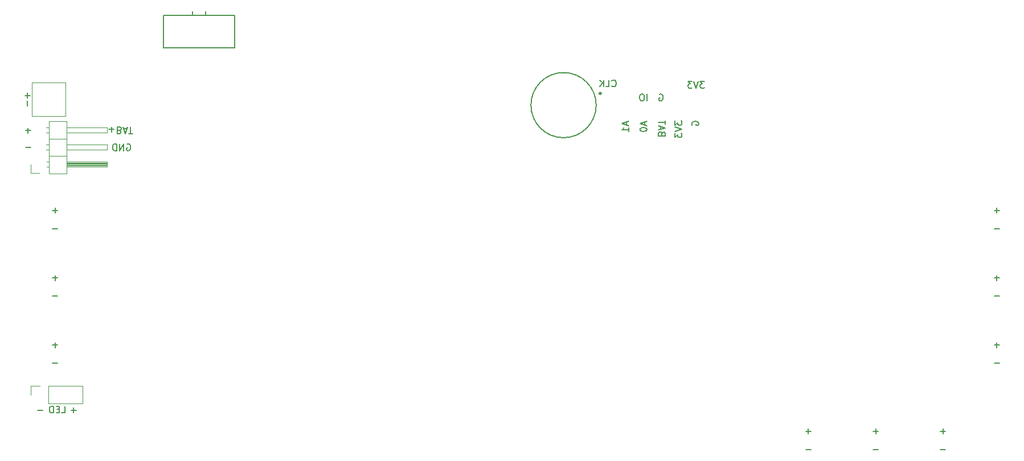
<source format=gbo>
G04 #@! TF.GenerationSoftware,KiCad,Pcbnew,7.0.1-3b83917a11~172~ubuntu22.04.1*
G04 #@! TF.CreationDate,2023-04-04T19:30:22-06:00*
G04 #@! TF.ProjectId,controller,636f6e74-726f-46c6-9c65-722e6b696361,rev?*
G04 #@! TF.SameCoordinates,Original*
G04 #@! TF.FileFunction,Legend,Bot*
G04 #@! TF.FilePolarity,Positive*
%FSLAX46Y46*%
G04 Gerber Fmt 4.6, Leading zero omitted, Abs format (unit mm)*
G04 Created by KiCad (PCBNEW 7.0.1-3b83917a11~172~ubuntu22.04.1) date 2023-04-04 19:30:22*
%MOMM*%
%LPD*%
G01*
G04 APERTURE LIST*
%ADD10C,0.150000*%
%ADD11C,0.120000*%
%ADD12C,0.127000*%
%ADD13C,0.300000*%
%ADD14C,3.200000*%
%ADD15R,1.700000X1.700000*%
%ADD16O,1.700000X1.700000*%
%ADD17C,1.308000*%
%ADD18C,2.250000*%
%ADD19C,1.800000*%
%ADD20C,1.408000*%
%ADD21R,1.000000X1.000000*%
%ADD22C,1.000000*%
%ADD23C,1.600000*%
%ADD24C,2.200000*%
%ADD25R,1.378000X1.378000*%
%ADD26C,1.378000*%
G04 APERTURE END LIST*
D10*
X124838095Y-101410238D02*
X124933333Y-101362619D01*
X124933333Y-101362619D02*
X125076190Y-101362619D01*
X125076190Y-101362619D02*
X125219047Y-101410238D01*
X125219047Y-101410238D02*
X125314285Y-101505476D01*
X125314285Y-101505476D02*
X125361904Y-101600714D01*
X125361904Y-101600714D02*
X125409523Y-101791190D01*
X125409523Y-101791190D02*
X125409523Y-101934047D01*
X125409523Y-101934047D02*
X125361904Y-102124523D01*
X125361904Y-102124523D02*
X125314285Y-102219761D01*
X125314285Y-102219761D02*
X125219047Y-102315000D01*
X125219047Y-102315000D02*
X125076190Y-102362619D01*
X125076190Y-102362619D02*
X124980952Y-102362619D01*
X124980952Y-102362619D02*
X124838095Y-102315000D01*
X124838095Y-102315000D02*
X124790476Y-102267380D01*
X124790476Y-102267380D02*
X124790476Y-101934047D01*
X124790476Y-101934047D02*
X124980952Y-101934047D01*
X43009524Y-106618333D02*
X43771429Y-106618333D01*
X43390476Y-106237380D02*
X43390476Y-106999285D01*
X44580952Y-106761190D02*
X44723809Y-106713571D01*
X44723809Y-106713571D02*
X44771428Y-106665952D01*
X44771428Y-106665952D02*
X44819047Y-106570714D01*
X44819047Y-106570714D02*
X44819047Y-106427857D01*
X44819047Y-106427857D02*
X44771428Y-106332619D01*
X44771428Y-106332619D02*
X44723809Y-106285000D01*
X44723809Y-106285000D02*
X44628571Y-106237380D01*
X44628571Y-106237380D02*
X44247619Y-106237380D01*
X44247619Y-106237380D02*
X44247619Y-107237380D01*
X44247619Y-107237380D02*
X44580952Y-107237380D01*
X44580952Y-107237380D02*
X44676190Y-107189761D01*
X44676190Y-107189761D02*
X44723809Y-107142142D01*
X44723809Y-107142142D02*
X44771428Y-107046904D01*
X44771428Y-107046904D02*
X44771428Y-106951666D01*
X44771428Y-106951666D02*
X44723809Y-106856428D01*
X44723809Y-106856428D02*
X44676190Y-106808809D01*
X44676190Y-106808809D02*
X44580952Y-106761190D01*
X44580952Y-106761190D02*
X44247619Y-106761190D01*
X45200000Y-106523095D02*
X45676190Y-106523095D01*
X45104762Y-106237380D02*
X45438095Y-107237380D01*
X45438095Y-107237380D02*
X45771428Y-106237380D01*
X45961905Y-107237380D02*
X46533333Y-107237380D01*
X46247619Y-106237380D02*
X46247619Y-107237380D01*
X45661904Y-108810238D02*
X45757142Y-108762619D01*
X45757142Y-108762619D02*
X45899999Y-108762619D01*
X45899999Y-108762619D02*
X46042856Y-108810238D01*
X46042856Y-108810238D02*
X46138094Y-108905476D01*
X46138094Y-108905476D02*
X46185713Y-109000714D01*
X46185713Y-109000714D02*
X46233332Y-109191190D01*
X46233332Y-109191190D02*
X46233332Y-109334047D01*
X46233332Y-109334047D02*
X46185713Y-109524523D01*
X46185713Y-109524523D02*
X46138094Y-109619761D01*
X46138094Y-109619761D02*
X46042856Y-109715000D01*
X46042856Y-109715000D02*
X45899999Y-109762619D01*
X45899999Y-109762619D02*
X45804761Y-109762619D01*
X45804761Y-109762619D02*
X45661904Y-109715000D01*
X45661904Y-109715000D02*
X45614285Y-109667380D01*
X45614285Y-109667380D02*
X45614285Y-109334047D01*
X45614285Y-109334047D02*
X45804761Y-109334047D01*
X45185713Y-109762619D02*
X45185713Y-108762619D01*
X45185713Y-108762619D02*
X44614285Y-109762619D01*
X44614285Y-109762619D02*
X44614285Y-108762619D01*
X44138094Y-109762619D02*
X44138094Y-108762619D01*
X44138094Y-108762619D02*
X43899999Y-108762619D01*
X43899999Y-108762619D02*
X43757142Y-108810238D01*
X43757142Y-108810238D02*
X43661904Y-108905476D01*
X43661904Y-108905476D02*
X43614285Y-109000714D01*
X43614285Y-109000714D02*
X43566666Y-109191190D01*
X43566666Y-109191190D02*
X43566666Y-109334047D01*
X43566666Y-109334047D02*
X43614285Y-109524523D01*
X43614285Y-109524523D02*
X43661904Y-109619761D01*
X43661904Y-109619761D02*
X43757142Y-109715000D01*
X43757142Y-109715000D02*
X43899999Y-109762619D01*
X43899999Y-109762619D02*
X44138094Y-109762619D01*
X30619048Y-109318333D02*
X31380953Y-109318333D01*
X38161904Y-148396666D02*
X37400000Y-148396666D01*
X37780952Y-148777619D02*
X37780952Y-148015714D01*
X122691904Y-105490476D02*
X122691904Y-105966666D01*
X122977619Y-105395238D02*
X121977619Y-105728571D01*
X121977619Y-105728571D02*
X122977619Y-106061904D01*
X121977619Y-106585714D02*
X121977619Y-106680952D01*
X121977619Y-106680952D02*
X122025238Y-106776190D01*
X122025238Y-106776190D02*
X122072857Y-106823809D01*
X122072857Y-106823809D02*
X122168095Y-106871428D01*
X122168095Y-106871428D02*
X122358571Y-106919047D01*
X122358571Y-106919047D02*
X122596666Y-106919047D01*
X122596666Y-106919047D02*
X122787142Y-106871428D01*
X122787142Y-106871428D02*
X122882380Y-106823809D01*
X122882380Y-106823809D02*
X122930000Y-106776190D01*
X122930000Y-106776190D02*
X122977619Y-106680952D01*
X122977619Y-106680952D02*
X122977619Y-106585714D01*
X122977619Y-106585714D02*
X122930000Y-106490476D01*
X122930000Y-106490476D02*
X122882380Y-106442857D01*
X122882380Y-106442857D02*
X122787142Y-106395238D01*
X122787142Y-106395238D02*
X122596666Y-106347619D01*
X122596666Y-106347619D02*
X122358571Y-106347619D01*
X122358571Y-106347619D02*
X122168095Y-106395238D01*
X122168095Y-106395238D02*
X122072857Y-106442857D01*
X122072857Y-106442857D02*
X122025238Y-106490476D01*
X122025238Y-106490476D02*
X121977619Y-106585714D01*
X131538094Y-99462619D02*
X130919047Y-99462619D01*
X130919047Y-99462619D02*
X131252380Y-99843571D01*
X131252380Y-99843571D02*
X131109523Y-99843571D01*
X131109523Y-99843571D02*
X131014285Y-99891190D01*
X131014285Y-99891190D02*
X130966666Y-99938809D01*
X130966666Y-99938809D02*
X130919047Y-100034047D01*
X130919047Y-100034047D02*
X130919047Y-100272142D01*
X130919047Y-100272142D02*
X130966666Y-100367380D01*
X130966666Y-100367380D02*
X131014285Y-100415000D01*
X131014285Y-100415000D02*
X131109523Y-100462619D01*
X131109523Y-100462619D02*
X131395237Y-100462619D01*
X131395237Y-100462619D02*
X131490475Y-100415000D01*
X131490475Y-100415000D02*
X131538094Y-100367380D01*
X130633332Y-99462619D02*
X130299999Y-100462619D01*
X130299999Y-100462619D02*
X129966666Y-99462619D01*
X129728570Y-99462619D02*
X129109523Y-99462619D01*
X129109523Y-99462619D02*
X129442856Y-99843571D01*
X129442856Y-99843571D02*
X129299999Y-99843571D01*
X129299999Y-99843571D02*
X129204761Y-99891190D01*
X129204761Y-99891190D02*
X129157142Y-99938809D01*
X129157142Y-99938809D02*
X129109523Y-100034047D01*
X129109523Y-100034047D02*
X129109523Y-100272142D01*
X129109523Y-100272142D02*
X129157142Y-100367380D01*
X129157142Y-100367380D02*
X129204761Y-100415000D01*
X129204761Y-100415000D02*
X129299999Y-100462619D01*
X129299999Y-100462619D02*
X129585713Y-100462619D01*
X129585713Y-100462619D02*
X129680951Y-100415000D01*
X129680951Y-100415000D02*
X129728570Y-100367380D01*
X123023808Y-102362619D02*
X123023808Y-101362619D01*
X122357142Y-101362619D02*
X122166666Y-101362619D01*
X122166666Y-101362619D02*
X122071428Y-101410238D01*
X122071428Y-101410238D02*
X121976190Y-101505476D01*
X121976190Y-101505476D02*
X121928571Y-101695952D01*
X121928571Y-101695952D02*
X121928571Y-102029285D01*
X121928571Y-102029285D02*
X121976190Y-102219761D01*
X121976190Y-102219761D02*
X122071428Y-102315000D01*
X122071428Y-102315000D02*
X122166666Y-102362619D01*
X122166666Y-102362619D02*
X122357142Y-102362619D01*
X122357142Y-102362619D02*
X122452380Y-102315000D01*
X122452380Y-102315000D02*
X122547618Y-102219761D01*
X122547618Y-102219761D02*
X122595237Y-102029285D01*
X122595237Y-102029285D02*
X122595237Y-101695952D01*
X122595237Y-101695952D02*
X122547618Y-101505476D01*
X122547618Y-101505476D02*
X122452380Y-101410238D01*
X122452380Y-101410238D02*
X122357142Y-101362619D01*
X129725238Y-105961904D02*
X129677619Y-105866666D01*
X129677619Y-105866666D02*
X129677619Y-105723809D01*
X129677619Y-105723809D02*
X129725238Y-105580952D01*
X129725238Y-105580952D02*
X129820476Y-105485714D01*
X129820476Y-105485714D02*
X129915714Y-105438095D01*
X129915714Y-105438095D02*
X130106190Y-105390476D01*
X130106190Y-105390476D02*
X130249047Y-105390476D01*
X130249047Y-105390476D02*
X130439523Y-105438095D01*
X130439523Y-105438095D02*
X130534761Y-105485714D01*
X130534761Y-105485714D02*
X130630000Y-105580952D01*
X130630000Y-105580952D02*
X130677619Y-105723809D01*
X130677619Y-105723809D02*
X130677619Y-105819047D01*
X130677619Y-105819047D02*
X130630000Y-105961904D01*
X130630000Y-105961904D02*
X130582380Y-106009523D01*
X130582380Y-106009523D02*
X130249047Y-106009523D01*
X130249047Y-106009523D02*
X130249047Y-105819047D01*
X117795238Y-100167380D02*
X117842857Y-100215000D01*
X117842857Y-100215000D02*
X117985714Y-100262619D01*
X117985714Y-100262619D02*
X118080952Y-100262619D01*
X118080952Y-100262619D02*
X118223809Y-100215000D01*
X118223809Y-100215000D02*
X118319047Y-100119761D01*
X118319047Y-100119761D02*
X118366666Y-100024523D01*
X118366666Y-100024523D02*
X118414285Y-99834047D01*
X118414285Y-99834047D02*
X118414285Y-99691190D01*
X118414285Y-99691190D02*
X118366666Y-99500714D01*
X118366666Y-99500714D02*
X118319047Y-99405476D01*
X118319047Y-99405476D02*
X118223809Y-99310238D01*
X118223809Y-99310238D02*
X118080952Y-99262619D01*
X118080952Y-99262619D02*
X117985714Y-99262619D01*
X117985714Y-99262619D02*
X117842857Y-99310238D01*
X117842857Y-99310238D02*
X117795238Y-99357857D01*
X116890476Y-100262619D02*
X117366666Y-100262619D01*
X117366666Y-100262619D02*
X117366666Y-99262619D01*
X116557142Y-100262619D02*
X116557142Y-99262619D01*
X115985714Y-100262619D02*
X116414285Y-99691190D01*
X115985714Y-99262619D02*
X116557142Y-99834047D01*
X119991904Y-105490476D02*
X119991904Y-105966666D01*
X120277619Y-105395238D02*
X119277619Y-105728571D01*
X119277619Y-105728571D02*
X120277619Y-106061904D01*
X120277619Y-106919047D02*
X120277619Y-106347619D01*
X120277619Y-106633333D02*
X119277619Y-106633333D01*
X119277619Y-106633333D02*
X119420476Y-106538095D01*
X119420476Y-106538095D02*
X119515714Y-106442857D01*
X119515714Y-106442857D02*
X119563333Y-106347619D01*
X125246190Y-107228571D02*
X125198571Y-107085714D01*
X125198571Y-107085714D02*
X125150952Y-107038095D01*
X125150952Y-107038095D02*
X125055714Y-106990476D01*
X125055714Y-106990476D02*
X124912857Y-106990476D01*
X124912857Y-106990476D02*
X124817619Y-107038095D01*
X124817619Y-107038095D02*
X124770000Y-107085714D01*
X124770000Y-107085714D02*
X124722380Y-107180952D01*
X124722380Y-107180952D02*
X124722380Y-107561904D01*
X124722380Y-107561904D02*
X125722380Y-107561904D01*
X125722380Y-107561904D02*
X125722380Y-107228571D01*
X125722380Y-107228571D02*
X125674761Y-107133333D01*
X125674761Y-107133333D02*
X125627142Y-107085714D01*
X125627142Y-107085714D02*
X125531904Y-107038095D01*
X125531904Y-107038095D02*
X125436666Y-107038095D01*
X125436666Y-107038095D02*
X125341428Y-107085714D01*
X125341428Y-107085714D02*
X125293809Y-107133333D01*
X125293809Y-107133333D02*
X125246190Y-107228571D01*
X125246190Y-107228571D02*
X125246190Y-107561904D01*
X125008095Y-106609523D02*
X125008095Y-106133333D01*
X124722380Y-106704761D02*
X125722380Y-106371428D01*
X125722380Y-106371428D02*
X124722380Y-106038095D01*
X125722380Y-105847618D02*
X125722380Y-105276190D01*
X124722380Y-105561904D02*
X125722380Y-105561904D01*
X35985714Y-148777619D02*
X36461904Y-148777619D01*
X36461904Y-148777619D02*
X36461904Y-147777619D01*
X35652380Y-148253809D02*
X35319047Y-148253809D01*
X35176190Y-148777619D02*
X35652380Y-148777619D01*
X35652380Y-148777619D02*
X35652380Y-147777619D01*
X35652380Y-147777619D02*
X35176190Y-147777619D01*
X34747618Y-148777619D02*
X34747618Y-147777619D01*
X34747618Y-147777619D02*
X34509523Y-147777619D01*
X34509523Y-147777619D02*
X34366666Y-147825238D01*
X34366666Y-147825238D02*
X34271428Y-147920476D01*
X34271428Y-147920476D02*
X34223809Y-148015714D01*
X34223809Y-148015714D02*
X34176190Y-148206190D01*
X34176190Y-148206190D02*
X34176190Y-148349047D01*
X34176190Y-148349047D02*
X34223809Y-148539523D01*
X34223809Y-148539523D02*
X34271428Y-148634761D01*
X34271428Y-148634761D02*
X34366666Y-148730000D01*
X34366666Y-148730000D02*
X34509523Y-148777619D01*
X34509523Y-148777619D02*
X34747618Y-148777619D01*
X127177619Y-105342857D02*
X127177619Y-105961904D01*
X127177619Y-105961904D02*
X127558571Y-105628571D01*
X127558571Y-105628571D02*
X127558571Y-105771428D01*
X127558571Y-105771428D02*
X127606190Y-105866666D01*
X127606190Y-105866666D02*
X127653809Y-105914285D01*
X127653809Y-105914285D02*
X127749047Y-105961904D01*
X127749047Y-105961904D02*
X127987142Y-105961904D01*
X127987142Y-105961904D02*
X128082380Y-105914285D01*
X128082380Y-105914285D02*
X128130000Y-105866666D01*
X128130000Y-105866666D02*
X128177619Y-105771428D01*
X128177619Y-105771428D02*
X128177619Y-105485714D01*
X128177619Y-105485714D02*
X128130000Y-105390476D01*
X128130000Y-105390476D02*
X128082380Y-105342857D01*
X127177619Y-106247619D02*
X128177619Y-106580952D01*
X128177619Y-106580952D02*
X127177619Y-106914285D01*
X127177619Y-107152381D02*
X127177619Y-107771428D01*
X127177619Y-107771428D02*
X127558571Y-107438095D01*
X127558571Y-107438095D02*
X127558571Y-107580952D01*
X127558571Y-107580952D02*
X127606190Y-107676190D01*
X127606190Y-107676190D02*
X127653809Y-107723809D01*
X127653809Y-107723809D02*
X127749047Y-107771428D01*
X127749047Y-107771428D02*
X127987142Y-107771428D01*
X127987142Y-107771428D02*
X128082380Y-107723809D01*
X128082380Y-107723809D02*
X128130000Y-107676190D01*
X128130000Y-107676190D02*
X128177619Y-107580952D01*
X128177619Y-107580952D02*
X128177619Y-107295238D01*
X128177619Y-107295238D02*
X128130000Y-107200000D01*
X128130000Y-107200000D02*
X128082380Y-107152381D01*
X33161904Y-148396666D02*
X32400000Y-148396666D01*
G04 #@! TO.C,SW1*
X34619048Y-118681666D02*
X35380953Y-118681666D01*
X35000000Y-119062619D02*
X35000000Y-118300714D01*
X34619048Y-121381666D02*
X35380953Y-121381666D01*
G04 #@! TO.C,SW2*
X34619048Y-128681666D02*
X35380953Y-128681666D01*
X35000000Y-129062619D02*
X35000000Y-128300714D01*
X34619048Y-131381666D02*
X35380953Y-131381666D01*
G04 #@! TO.C,SW3*
X34619048Y-138681666D02*
X35380953Y-138681666D01*
X35000000Y-139062619D02*
X35000000Y-138300714D01*
X34619048Y-141381666D02*
X35380953Y-141381666D01*
G04 #@! TO.C,SW4*
X174619048Y-121381666D02*
X175380953Y-121381666D01*
X174619048Y-118681666D02*
X175380953Y-118681666D01*
X175000000Y-119062619D02*
X175000000Y-118300714D01*
G04 #@! TO.C,SW5*
X174619048Y-131381666D02*
X175380953Y-131381666D01*
X174619048Y-128681666D02*
X175380953Y-128681666D01*
X175000000Y-129062619D02*
X175000000Y-128300714D01*
G04 #@! TO.C,SW6*
X174619048Y-141381666D02*
X175380953Y-141381666D01*
X174619048Y-138681666D02*
X175380953Y-138681666D01*
X175000000Y-139062619D02*
X175000000Y-138300714D01*
G04 #@! TO.C,SW7*
X166619048Y-154231666D02*
X167380953Y-154231666D01*
X166619048Y-151531666D02*
X167380953Y-151531666D01*
X167000000Y-151912619D02*
X167000000Y-151150714D01*
G04 #@! TO.C,SW8*
X156619048Y-154231666D02*
X157380953Y-154231666D01*
X156619048Y-151531666D02*
X157380953Y-151531666D01*
X157000000Y-151912619D02*
X157000000Y-151150714D01*
G04 #@! TO.C,SW9*
X146619048Y-151531666D02*
X147380953Y-151531666D01*
X147000000Y-151912619D02*
X147000000Y-151150714D01*
X146619048Y-154231666D02*
X147380953Y-154231666D01*
G04 #@! TO.C,J6*
X30903333Y-103136904D02*
X30903333Y-102375000D01*
X31003333Y-107161904D02*
X31003333Y-106400000D01*
X30622380Y-106780952D02*
X31384285Y-106780952D01*
X30903333Y-101936904D02*
X30903333Y-101175000D01*
X30522380Y-101555952D02*
X31284285Y-101555952D01*
D11*
G04 #@! TO.C,J2*
X31355000Y-111825000D02*
X31355000Y-113095000D01*
X31355000Y-113095000D02*
X32625000Y-113095000D01*
X33667929Y-106365000D02*
X34065000Y-106365000D01*
X33667929Y-107125000D02*
X34065000Y-107125000D01*
X33667929Y-108905000D02*
X34065000Y-108905000D01*
X33667929Y-109665000D02*
X34065000Y-109665000D01*
X33735000Y-111445000D02*
X34065000Y-111445000D01*
X33735000Y-112205000D02*
X34065000Y-112205000D01*
X34065000Y-105415000D02*
X36725000Y-105415000D01*
X34065000Y-108015000D02*
X36725000Y-108015000D01*
X34065000Y-110555000D02*
X36725000Y-110555000D01*
X34065000Y-113155000D02*
X34065000Y-105415000D01*
X36725000Y-105415000D02*
X36725000Y-113155000D01*
X36725000Y-107125000D02*
X42725000Y-107125000D01*
X36725000Y-109665000D02*
X42725000Y-109665000D01*
X36725000Y-111545000D02*
X42725000Y-111545000D01*
X36725000Y-111665000D02*
X42725000Y-111665000D01*
X36725000Y-111785000D02*
X42725000Y-111785000D01*
X36725000Y-111905000D02*
X42725000Y-111905000D01*
X36725000Y-112025000D02*
X42725000Y-112025000D01*
X36725000Y-112145000D02*
X42725000Y-112145000D01*
X36725000Y-112205000D02*
X42725000Y-112205000D01*
X36725000Y-113155000D02*
X34065000Y-113155000D01*
X42725000Y-106365000D02*
X36725000Y-106365000D01*
X42725000Y-107125000D02*
X42725000Y-106365000D01*
X42725000Y-108905000D02*
X36725000Y-108905000D01*
X42725000Y-109665000D02*
X42725000Y-108905000D01*
X42725000Y-111445000D02*
X36725000Y-111445000D01*
X42725000Y-112205000D02*
X42725000Y-111445000D01*
G04 #@! TO.C,J5*
X39130000Y-144770000D02*
X39130000Y-147430000D01*
X33990000Y-144770000D02*
X39130000Y-144770000D01*
X33990000Y-144770000D02*
X33990000Y-147430000D01*
X32720000Y-144770000D02*
X31390000Y-144770000D01*
X31390000Y-144770000D02*
X31390000Y-146100000D01*
X33990000Y-147430000D02*
X39130000Y-147430000D01*
G04 #@! TO.C,J6*
X36600000Y-104675000D02*
X31600000Y-104675000D01*
X31600000Y-104675000D02*
X31600000Y-99675000D01*
X31600000Y-99675000D02*
X36600000Y-99675000D01*
X36600000Y-99675000D02*
X36600000Y-104675000D01*
D10*
G04 #@! TO.C,SW11*
X55400000Y-89642500D02*
X55400000Y-89042500D01*
X57400000Y-89642500D02*
X57400000Y-89042500D01*
X51100000Y-94442500D02*
X61700000Y-94442500D01*
X61700000Y-94442500D02*
X61700000Y-89642500D01*
X61700000Y-89642500D02*
X51100000Y-89642500D01*
X51100000Y-89642500D02*
X51100000Y-94442500D01*
D12*
G04 #@! TO.C,MK1*
X115450000Y-103000000D02*
G75*
G03*
X115450000Y-103000000I-4850000J0D01*
G01*
D13*
X116143000Y-101259000D02*
G75*
G03*
X116143000Y-101259000I-100000J0D01*
G01*
G04 #@! TD*
%LPC*%
D14*
G04 #@! TO.C,H1*
X34400000Y-93500000D03*
G04 #@! TD*
G04 #@! TO.C,H2*
X137500000Y-102100000D03*
G04 #@! TD*
G04 #@! TO.C,H3*
X176000000Y-153100000D03*
G04 #@! TD*
G04 #@! TO.C,H4*
X34900000Y-153100000D03*
G04 #@! TD*
D15*
G04 #@! TO.C,J1*
X130160000Y-103800000D03*
D16*
X127620000Y-103800000D03*
X125080000Y-103800000D03*
X122540000Y-103800000D03*
X120000000Y-103800000D03*
G04 #@! TD*
D15*
G04 #@! TO.C,J3*
X127600000Y-99900000D03*
D16*
X125060000Y-99900000D03*
X122520000Y-99900000D03*
X119980000Y-99900000D03*
G04 #@! TD*
D17*
G04 #@! TO.C,S1*
X49800000Y-152850000D03*
X53800000Y-152850000D03*
X55800000Y-152850000D03*
X57800000Y-152850000D03*
D18*
X47700000Y-152850000D03*
X59900000Y-152850000D03*
G04 #@! TD*
D19*
G04 #@! TO.C,SW1*
X38250000Y-117750000D03*
X38250000Y-122250000D03*
X31750000Y-117750000D03*
X31750000Y-122250000D03*
X35000000Y-117100000D03*
X35000000Y-122900000D03*
G04 #@! TD*
G04 #@! TO.C,SW2*
X38250000Y-127750000D03*
X38250000Y-132250000D03*
X31750000Y-127750000D03*
X31750000Y-132250000D03*
X35000000Y-127100000D03*
X35000000Y-132900000D03*
G04 #@! TD*
G04 #@! TO.C,SW3*
X38250000Y-137750000D03*
X38250000Y-142250000D03*
X31750000Y-137750000D03*
X31750000Y-142250000D03*
X35000000Y-137100000D03*
X35000000Y-142900000D03*
G04 #@! TD*
G04 #@! TO.C,SW4*
X178250000Y-117750000D03*
X178250000Y-122250000D03*
X171750000Y-117750000D03*
X171750000Y-122250000D03*
X175000000Y-117100000D03*
X175000000Y-122900000D03*
G04 #@! TD*
G04 #@! TO.C,SW5*
X178250000Y-127750000D03*
X178250000Y-132250000D03*
X171750000Y-127750000D03*
X171750000Y-132250000D03*
X175000000Y-127100000D03*
X175000000Y-132900000D03*
G04 #@! TD*
G04 #@! TO.C,SW6*
X178250000Y-137750000D03*
X178250000Y-142250000D03*
X171750000Y-137750000D03*
X171750000Y-142250000D03*
X175000000Y-137100000D03*
X175000000Y-142900000D03*
G04 #@! TD*
G04 #@! TO.C,SW7*
X170250000Y-150600000D03*
X170250000Y-155100000D03*
X163750000Y-150600000D03*
X163750000Y-155100000D03*
X167000000Y-149950000D03*
X167000000Y-155750000D03*
G04 #@! TD*
G04 #@! TO.C,SW8*
X160250000Y-150600000D03*
X160250000Y-155100000D03*
X153750000Y-150600000D03*
X153750000Y-155100000D03*
X157000000Y-149950000D03*
X157000000Y-155750000D03*
G04 #@! TD*
G04 #@! TO.C,SW9*
X150250000Y-150600000D03*
X150250000Y-155100000D03*
X143750000Y-150600000D03*
X143750000Y-155100000D03*
X147000000Y-149950000D03*
X147000000Y-155750000D03*
G04 #@! TD*
D20*
G04 #@! TO.C,J4*
X45800000Y-93700000D03*
X40800000Y-93700000D03*
D19*
X46800000Y-91000000D03*
X39800000Y-91000000D03*
G04 #@! TD*
D15*
G04 #@! TO.C,J2*
X32625000Y-111825000D03*
D16*
X32625000Y-109285000D03*
X32625000Y-106745000D03*
G04 #@! TD*
D15*
G04 #@! TO.C,J5*
X32720000Y-146100000D03*
D16*
X35260000Y-146100000D03*
X37800000Y-146100000D03*
G04 #@! TD*
D21*
G04 #@! TO.C,J6*
X32600000Y-102800000D03*
D22*
X32600000Y-101550000D03*
G04 #@! TD*
D23*
G04 #@! TO.C,SW11*
X54400000Y-92042500D03*
X56400000Y-92042500D03*
X58400000Y-92042500D03*
D24*
X52300000Y-92042500D03*
X60500000Y-92042500D03*
G04 #@! TD*
D25*
G04 #@! TO.C,MK1*
X112600000Y-101730000D03*
D26*
X112600000Y-104270000D03*
G04 #@! TD*
M02*

</source>
